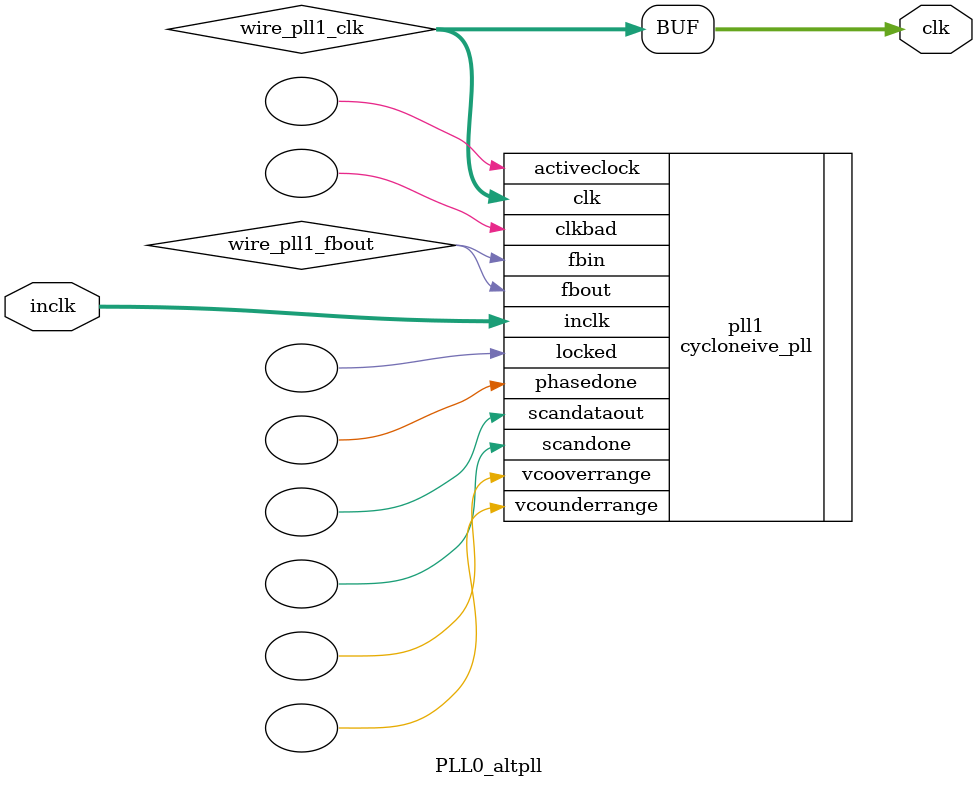
<source format=v>






//synthesis_resources = cycloneive_pll 1 
//synopsys translate_off
`timescale 1 ps / 1 ps
//synopsys translate_on
module  PLL0_altpll
	( 
	clk,
	inclk) /* synthesis synthesis_clearbox=1 */;
	output   [4:0]  clk;
	input   [1:0]  inclk;
`ifndef ALTERA_RESERVED_QIS
// synopsys translate_off
`endif
	tri0   [1:0]  inclk;
`ifndef ALTERA_RESERVED_QIS
// synopsys translate_on
`endif

	wire  [4:0]   wire_pll1_clk;
	wire  wire_pll1_fbout;

	cycloneive_pll   pll1
	( 
	.activeclock(),
	.clk(wire_pll1_clk),
	.clkbad(),
	.fbin(wire_pll1_fbout),
	.fbout(wire_pll1_fbout),
	.inclk(inclk),
	.locked(),
	.phasedone(),
	.scandataout(),
	.scandone(),
	.vcooverrange(),
	.vcounderrange()
	`ifndef FORMAL_VERIFICATION
	// synopsys translate_off
	`endif
	,
	.areset(1'b0),
	.clkswitch(1'b0),
	.configupdate(1'b0),
	.pfdena(1'b1),
	.phasecounterselect({3{1'b0}}),
	.phasestep(1'b0),
	.phaseupdown(1'b0),
	.scanclk(1'b0),
	.scanclkena(1'b1),
	.scandata(1'b0)
	`ifndef FORMAL_VERIFICATION
	// synopsys translate_on
	`endif
	);
	defparam
		pll1.bandwidth_type = "auto",
		pll1.clk0_divide_by = 56,
		pll1.clk0_duty_cycle = 50,
		pll1.clk0_multiply_by = 1,
		pll1.clk0_phase_shift = "0",
		pll1.clk1_divide_by = 2,
		pll1.clk1_duty_cycle = 50,
		pll1.clk1_multiply_by = 1,
		pll1.clk1_phase_shift = "0",
		pll1.clk2_divide_by = 1,
		pll1.clk2_duty_cycle = 50,
		pll1.clk2_multiply_by = 1,
		pll1.clk2_phase_shift = "0",
		pll1.clk3_divide_by = 1,
		pll1.clk3_duty_cycle = 50,
		pll1.clk3_multiply_by = 1,
		pll1.clk3_phase_shift = "0",
		pll1.compensate_clock = "clk0",
		pll1.inclk0_input_frequency = 20000,
		pll1.operation_mode = "normal",
		pll1.pll_type = "auto",
		pll1.lpm_type = "cycloneive_pll";
	assign
		clk = {wire_pll1_clk[4:0]};
endmodule //PLL0_altpll
//VALID FILE

</source>
